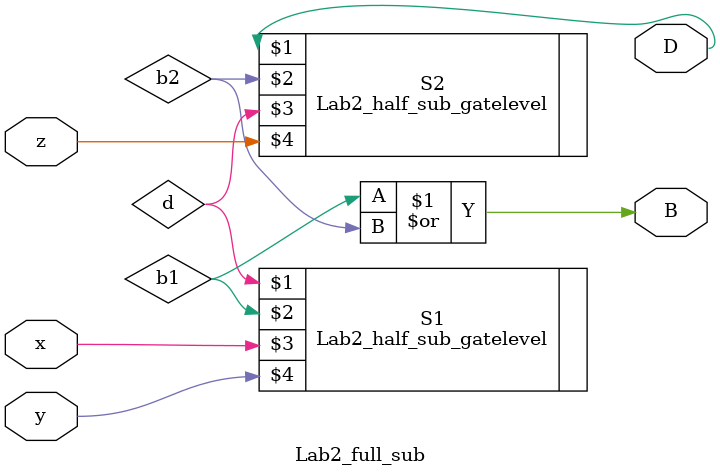
<source format=v>
module Lab2_full_sub(output D, B, input x, y, z);
	wire	b1, b2, d;

	Lab2_half_sub_gatelevel	S1(d, b1, x, y);
	Lab2_half_sub_gatelevel	S2(D, b2, d, z);
	or			OR(B, b1, b2);
endmodule

</source>
